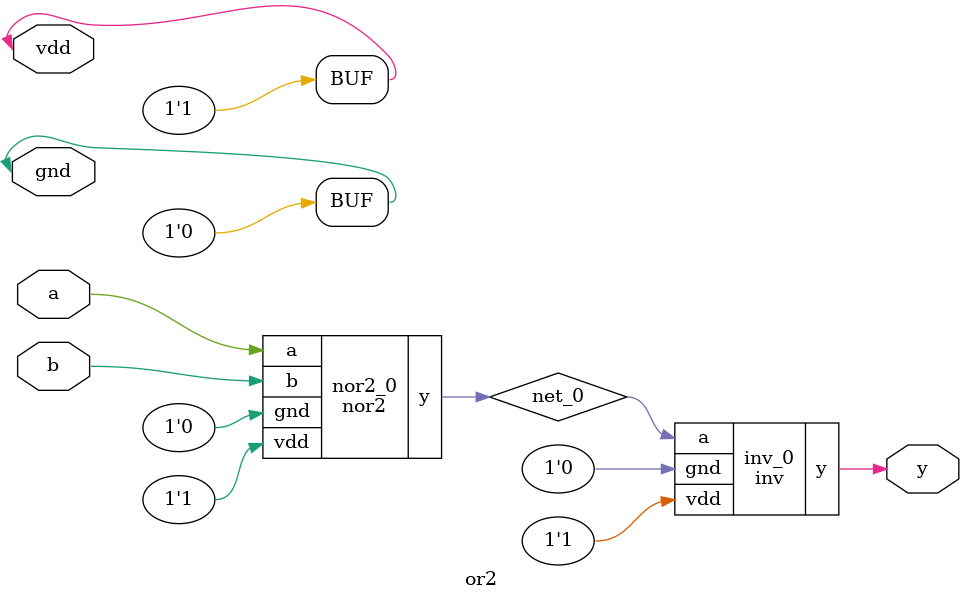
<source format=v>
/* Verilog for cell 'or2{lay}' from library 'tutorial_vb' */
/* Created on Wed Mar 09, 2011 21:25:29 */
/* Last revised on Wed Mar 09, 2011 21:28:35 */
/* Written on Wed Mar 16, 2011 00:27:45 by Electric VLSI Design System, version 9.00 */

module inv(a, y, vdd, gnd);
  input a;
  output y;
  input vdd;
  input gnd;

  supply1 vdd;
  supply0 gnd;
  wire plno_2_well, plnode_0_well;

  tranif1 nmos_0(gnd, y, a);
  tranif0 pmos_0(vdd, y, a);
endmodule   /* inv */

module nor2(a, b, y, vdd, gnd);
  input a;
  input b;
  output y;
  input vdd;
  input gnd;

  supply1 vdd;
  supply0 gnd;
  wire net_55, plno_2_well, plnode_0_well;

  tranif1 nmos_0(gnd, y, a);
  tranif1 nmos_1(y, gnd, b);
  tranif0 pmos_0(vdd, net_55, a);
  tranif0 pmos_1(net_55, y, b);
endmodule   /* nor2 */

module or2(a, b, y, vdd, gnd);
  input a;
  input b;
  output y;
  input vdd;
  input gnd;

  supply1 vdd;
  supply0 gnd;
  wire net_0;

  inv inv_0(.a(net_0), .y(y), .vdd(vdd), .gnd(gnd));
  nor2 nor2_0(.a(a), .b(b), .y(net_0), .vdd(vdd), .gnd(gnd));
endmodule   /* or2 */

</source>
